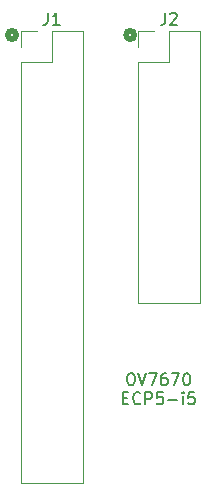
<source format=gto>
%TF.GenerationSoftware,KiCad,Pcbnew,(5.99.0-11691-gd9cf939ba1)*%
%TF.CreationDate,2021-08-18T15:14:57+12:00*%
%TF.ProjectId,pmod_ov7670,706d6f64-5f6f-4763-9736-37302e6b6963,rev?*%
%TF.SameCoordinates,Original*%
%TF.FileFunction,Legend,Top*%
%TF.FilePolarity,Positive*%
%FSLAX46Y46*%
G04 Gerber Fmt 4.6, Leading zero omitted, Abs format (unit mm)*
G04 Created by KiCad (PCBNEW (5.99.0-11691-gd9cf939ba1)) date 2021-08-18 15:14:57*
%MOMM*%
%LPD*%
G01*
G04 APERTURE LIST*
%ADD10C,0.150000*%
%ADD11C,0.500000*%
%ADD12C,0.120000*%
G04 APERTURE END LIST*
D10*
X29771428Y-49347380D02*
X29961904Y-49347380D01*
X30057142Y-49395000D01*
X30152380Y-49490238D01*
X30200000Y-49680714D01*
X30200000Y-50014047D01*
X30152380Y-50204523D01*
X30057142Y-50299761D01*
X29961904Y-50347380D01*
X29771428Y-50347380D01*
X29676190Y-50299761D01*
X29580952Y-50204523D01*
X29533333Y-50014047D01*
X29533333Y-49680714D01*
X29580952Y-49490238D01*
X29676190Y-49395000D01*
X29771428Y-49347380D01*
X30485714Y-49347380D02*
X30819047Y-50347380D01*
X31152380Y-49347380D01*
X31390476Y-49347380D02*
X32057142Y-49347380D01*
X31628571Y-50347380D01*
X32866666Y-49347380D02*
X32676190Y-49347380D01*
X32580952Y-49395000D01*
X32533333Y-49442619D01*
X32438095Y-49585476D01*
X32390476Y-49775952D01*
X32390476Y-50156904D01*
X32438095Y-50252142D01*
X32485714Y-50299761D01*
X32580952Y-50347380D01*
X32771428Y-50347380D01*
X32866666Y-50299761D01*
X32914285Y-50252142D01*
X32961904Y-50156904D01*
X32961904Y-49918809D01*
X32914285Y-49823571D01*
X32866666Y-49775952D01*
X32771428Y-49728333D01*
X32580952Y-49728333D01*
X32485714Y-49775952D01*
X32438095Y-49823571D01*
X32390476Y-49918809D01*
X33295238Y-49347380D02*
X33961904Y-49347380D01*
X33533333Y-50347380D01*
X34533333Y-49347380D02*
X34628571Y-49347380D01*
X34723809Y-49395000D01*
X34771428Y-49442619D01*
X34819047Y-49537857D01*
X34866666Y-49728333D01*
X34866666Y-49966428D01*
X34819047Y-50156904D01*
X34771428Y-50252142D01*
X34723809Y-50299761D01*
X34628571Y-50347380D01*
X34533333Y-50347380D01*
X34438095Y-50299761D01*
X34390476Y-50252142D01*
X34342857Y-50156904D01*
X34295238Y-49966428D01*
X34295238Y-49728333D01*
X34342857Y-49537857D01*
X34390476Y-49442619D01*
X34438095Y-49395000D01*
X34533333Y-49347380D01*
X29176190Y-51433571D02*
X29509523Y-51433571D01*
X29652380Y-51957380D02*
X29176190Y-51957380D01*
X29176190Y-50957380D01*
X29652380Y-50957380D01*
X30652380Y-51862142D02*
X30604761Y-51909761D01*
X30461904Y-51957380D01*
X30366666Y-51957380D01*
X30223809Y-51909761D01*
X30128571Y-51814523D01*
X30080952Y-51719285D01*
X30033333Y-51528809D01*
X30033333Y-51385952D01*
X30080952Y-51195476D01*
X30128571Y-51100238D01*
X30223809Y-51005000D01*
X30366666Y-50957380D01*
X30461904Y-50957380D01*
X30604761Y-51005000D01*
X30652380Y-51052619D01*
X31080952Y-51957380D02*
X31080952Y-50957380D01*
X31461904Y-50957380D01*
X31557142Y-51005000D01*
X31604761Y-51052619D01*
X31652380Y-51147857D01*
X31652380Y-51290714D01*
X31604761Y-51385952D01*
X31557142Y-51433571D01*
X31461904Y-51481190D01*
X31080952Y-51481190D01*
X32557142Y-50957380D02*
X32080952Y-50957380D01*
X32033333Y-51433571D01*
X32080952Y-51385952D01*
X32176190Y-51338333D01*
X32414285Y-51338333D01*
X32509523Y-51385952D01*
X32557142Y-51433571D01*
X32604761Y-51528809D01*
X32604761Y-51766904D01*
X32557142Y-51862142D01*
X32509523Y-51909761D01*
X32414285Y-51957380D01*
X32176190Y-51957380D01*
X32080952Y-51909761D01*
X32033333Y-51862142D01*
X33033333Y-51576428D02*
X33795238Y-51576428D01*
X34271428Y-51957380D02*
X34271428Y-51290714D01*
X34271428Y-50957380D02*
X34223809Y-51005000D01*
X34271428Y-51052619D01*
X34319047Y-51005000D01*
X34271428Y-50957380D01*
X34271428Y-51052619D01*
X35223809Y-50957380D02*
X34747619Y-50957380D01*
X34700000Y-51433571D01*
X34747619Y-51385952D01*
X34842857Y-51338333D01*
X35080952Y-51338333D01*
X35176190Y-51385952D01*
X35223809Y-51433571D01*
X35271428Y-51528809D01*
X35271428Y-51766904D01*
X35223809Y-51862142D01*
X35176190Y-51909761D01*
X35080952Y-51957380D01*
X34842857Y-51957380D01*
X34747619Y-51909761D01*
X34700000Y-51862142D01*
D11*
X20160555Y-20700000D02*
G75*
G03*
X20160555Y-20700000I-360555J0D01*
G01*
X30160555Y-20700000D02*
G75*
G03*
X30160555Y-20700000I-360555J0D01*
G01*
D10*
%TO.C,J2*%
X32761666Y-18822380D02*
X32761666Y-19536666D01*
X32714047Y-19679523D01*
X32618809Y-19774761D01*
X32475952Y-19822380D01*
X32380714Y-19822380D01*
X33190238Y-18917619D02*
X33237857Y-18870000D01*
X33333095Y-18822380D01*
X33571190Y-18822380D01*
X33666428Y-18870000D01*
X33714047Y-18917619D01*
X33761666Y-19012857D01*
X33761666Y-19108095D01*
X33714047Y-19250952D01*
X33142619Y-19822380D01*
X33761666Y-19822380D01*
%TO.C,J1*%
X22836666Y-18822380D02*
X22836666Y-19536666D01*
X22789047Y-19679523D01*
X22693809Y-19774761D01*
X22550952Y-19822380D01*
X22455714Y-19822380D01*
X23836666Y-19822380D02*
X23265238Y-19822380D01*
X23550952Y-19822380D02*
X23550952Y-18822380D01*
X23455714Y-18965238D01*
X23360476Y-19060476D01*
X23265238Y-19108095D01*
D12*
%TO.C,J2*%
X30495000Y-43350000D02*
X35695000Y-43350000D01*
X30495000Y-22970000D02*
X30495000Y-43350000D01*
X35695000Y-20370000D02*
X35695000Y-43350000D01*
X30495000Y-22970000D02*
X33095000Y-22970000D01*
X33095000Y-22970000D02*
X33095000Y-20370000D01*
X33095000Y-20370000D02*
X35695000Y-20370000D01*
X30495000Y-21700000D02*
X30495000Y-20370000D01*
X30495000Y-20370000D02*
X31825000Y-20370000D01*
%TO.C,J1*%
X20570000Y-58590000D02*
X25770000Y-58590000D01*
X20570000Y-22970000D02*
X20570000Y-58590000D01*
X25770000Y-20370000D02*
X25770000Y-58590000D01*
X20570000Y-22970000D02*
X23170000Y-22970000D01*
X23170000Y-22970000D02*
X23170000Y-20370000D01*
X23170000Y-20370000D02*
X25770000Y-20370000D01*
X20570000Y-21700000D02*
X20570000Y-20370000D01*
X20570000Y-20370000D02*
X21900000Y-20370000D01*
%TD*%
M02*

</source>
